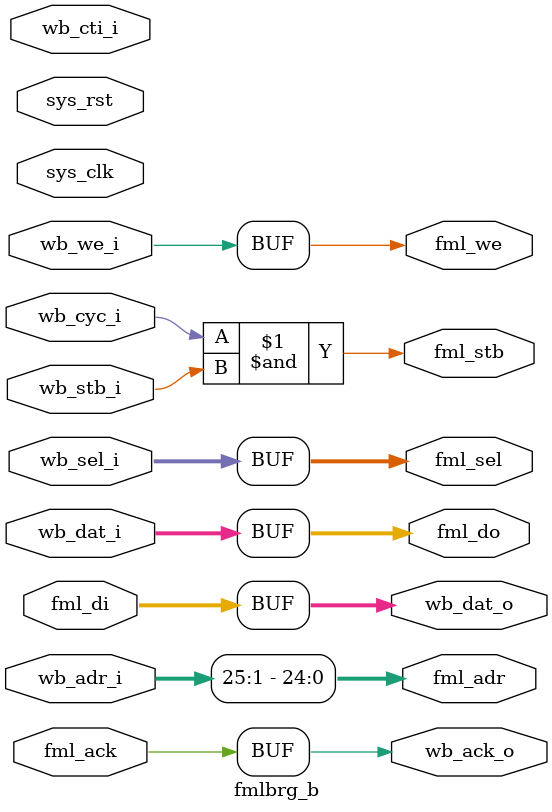
<source format=v>
/*
 * Milkymist VJ SoC
 * Copyright (C) 2007, 2008, 2009 Sebastien Bourdeauducq
 *
 * This program is free software: you can redistribute it and/or modify
 * it under the terms of the GNU General Public License as published by
 * the Free Software Foundation, version 3 of the License.
 *
 * This program is distributed in the hope that it will be useful,
 * but WITHOUT ANY WARRANTY; without even the implied warranty of
 * MERCHANTABILITY or FITNESS FOR A PARTICULAR PURPOSE.  See the
 * GNU General Public License for more details.
 *
 * You should have received a copy of the GNU General Public License
 * along with this program.  If not, see <http://www.gnu.org/licenses/>.
 */

module fmlbrg_b #(
	parameter fml_depth = 25,
	parameter cache_depth = 14, /* 16kb cache */
	parameter invalidate_bit = 25
) (
	input sys_clk,
	input sys_rst,
	
	input [31:0] wb_adr_i,
	input [2:0] wb_cti_i,
	input [31:0] wb_dat_i,
	output [31:0] wb_dat_o,
	input [3:0] wb_sel_i,
	input wb_cyc_i,
	input wb_stb_i,
	input wb_we_i,
	output wb_ack_o,
	
	output [fml_depth-1:0] fml_adr,
	output fml_stb,
	output fml_we,
	input fml_ack,
	output [3:0] fml_sel,
	output [31:0] fml_do,
	input [31:0] fml_di
);

assign fml_adr = wb_adr_i[fml_depth:1];
assign fml_do = wb_dat_i;
assign fml_stb = wb_cyc_i & wb_stb_i;
assign fml_we = wb_we_i;
assign fml_sel = wb_sel_i;  

assign wb_ack_o = fml_ack;
assign wb_dat_o = fml_di;


endmodule

</source>
